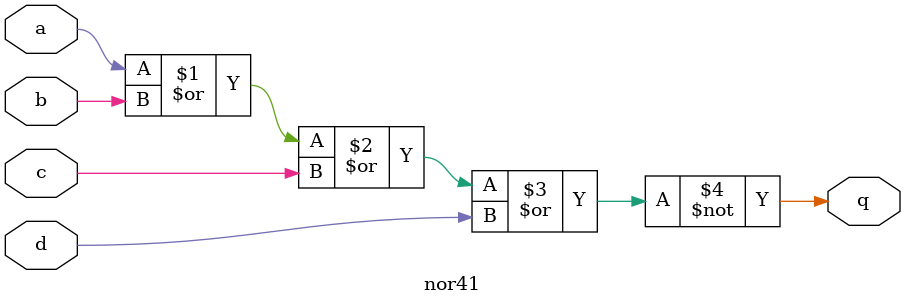
<source format=sv>
module nor41 (input logic a,b,c,d,
              output logic q);

assign q = ~(a | b | c | d);

endmodule 
</source>
